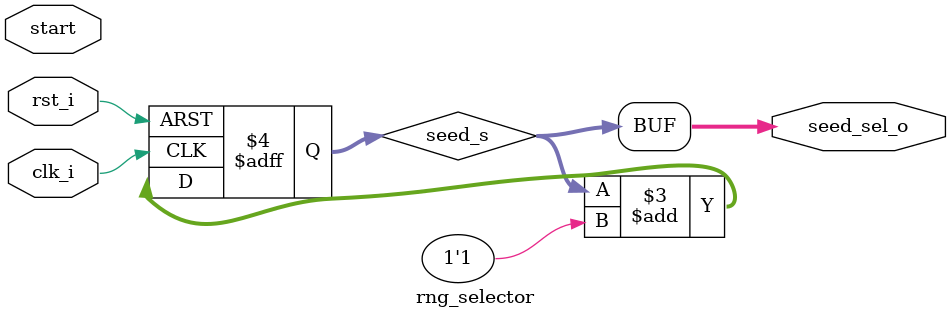
<source format=v>

module rng_selector(
    input clk_i,
    input start,
    input rst_i,
    output reg [1:0] seed_sel_o
);

reg [1:0] seed_s;

    localparam seed_1 = 2'b00;
    localparam seed_2 = 2'b01;
    localparam seed_3 = 2'b10;
    localparam seed_4 = 2'b11;

always@(posedge clk_i or negedge rst_i)
    begin
        if(!rst_i)
            begin
                seed_s <= 0;
            end
        else
            begin
                seed_s <= seed_s + 1'b1;
            end
    end

assign seed_sel_o = seed_s;

endmodule
</source>
